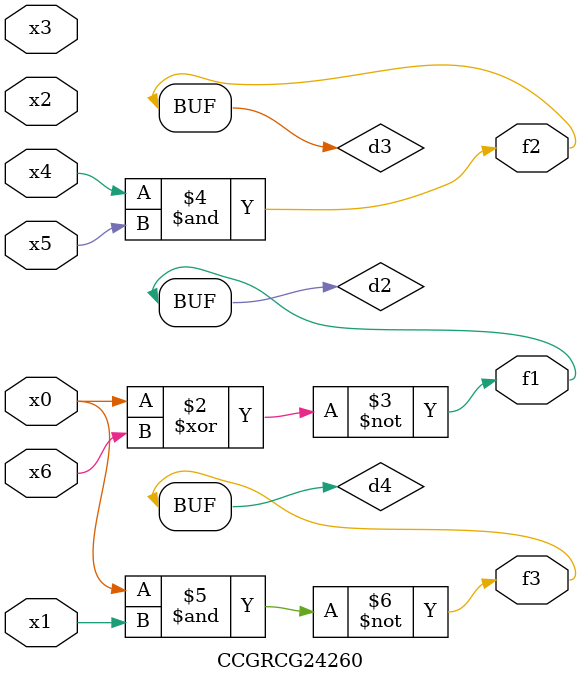
<source format=v>
module CCGRCG24260(
	input x0, x1, x2, x3, x4, x5, x6,
	output f1, f2, f3
);

	wire d1, d2, d3, d4;

	nor (d1, x0);
	xnor (d2, x0, x6);
	and (d3, x4, x5);
	nand (d4, x0, x1);
	assign f1 = d2;
	assign f2 = d3;
	assign f3 = d4;
endmodule

</source>
